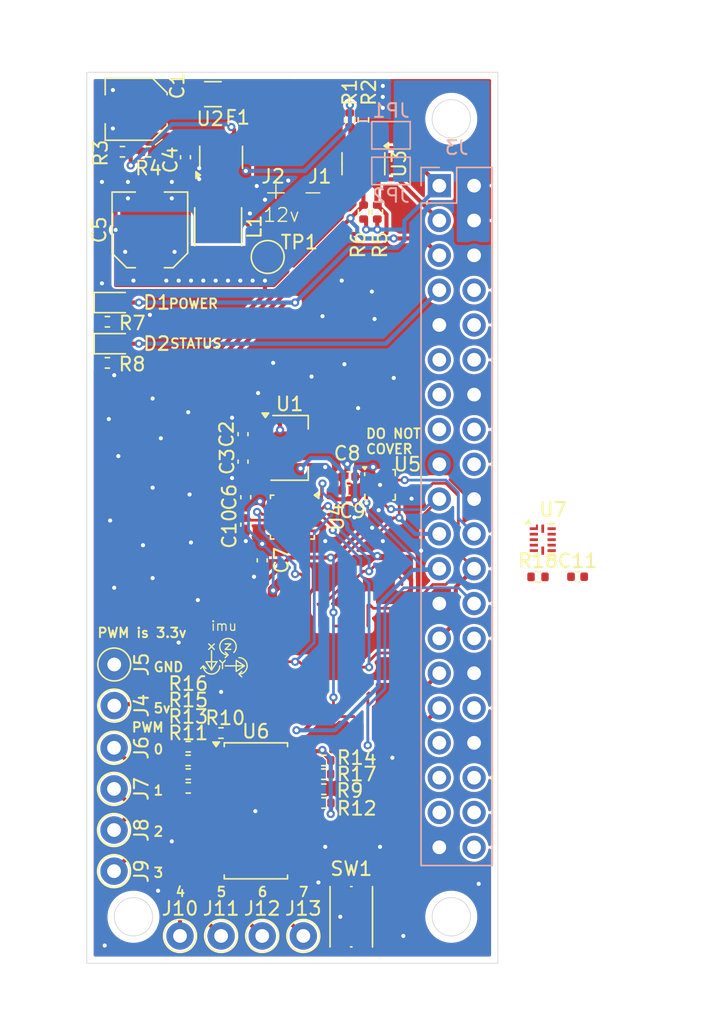
<source format=kicad_pcb>
(kicad_pcb (version 20241229) (generator "pcbnew") (generator_version "9.0")
  (layers (0 "F.Cu" signal) (2 "B.Cu" signal) (13 "F.Paste" user) (15 "B.Paste" user) (5 "F.SilkS" user "F.Silkscreen") (7 "B.SilkS" user "B.Silkscreen") (1 "F.Mask" user) (3 "B.Mask" user) (25 "Edge.Cuts" user))
  (net 0 "")
  (net 1 "GND")
  (net 2 "+3.3V")
  (net 3 "+5V")
  (net 4 "I2C_SDA")
  (net 5 "I2C_SCL")
  (net 6 "SPI0_MISO")
  (net 7 "+12V")
  (net 8 "PWM_1")
  (net 9 "PWM_3")
  (net 10 "PWM_0")
  (net 11 "PWM_2")
  (net 12 "BAROMETER_CSB")
  (net 13 "SPI0_MOSI")
  (net 16 "SPI0_SCLK")
  (net 17 "PWM_RESET")
  (net 18 "LED_STATUS")
  (net 20 "BATVOLTAGE")
  (net 21 "IMU_ADDR")
  (net 22 "PWM_4")
  (net 24 "PWM_5")
  (net 25 "PWM_6")
  (net 26 "PWM_7")
  (net 27 "IMU_CS_HV")
  (net 30 "+1V8")
  (net 31 "Net-(U2-SW)")
  (net 32 "Net-(U2-CB)")
  (net 33 "Net-(U4-REGOUT)")
  (net 34 "Net-(U2-FB)")
  (net 50 "SPI0_SDO_LV")
  (net 53 "SPI0_SDI_LV")
  (net 54 "IMU_CS_LV")
  (net 55 "Net-(F1-Pad1)")
  (net 57 "SPI0_SCL_LV")
  (net 64 "Net-(J3-GPCLK2{slash}GPIO06)")
  (net 65 "Net-(D1-K)")
  (net 66 "Net-(D2-K)")
  (net 67 "BAROMETER_INT")
  (net 69 "Net-(U6-A0)")
  (net 70 "Net-(U6-A1)")
  (net 71 "Net-(U6-A2)")
  (net 72 "Net-(U6-A3)")
  (net 73 "Net-(U6-A4)")
  (net 74 "Net-(U6-A5)")
  (net 84 "Net-(U5-VDDIO)")
  (net 85 "Net-(U7-~{OE})")
  (footprint "Capacitor_SMD:C_0402_1005Metric" (layer "F.Cu") (at 23.6 40.6 90)
    (property "Reference" "C3")
    (property "Value" "CGA2B1X7T0G105M050BC")
  )
  (footprint "Resistor_SMD:R_0402_1005Metric" (layer "F.Cu") (at 45.13 49.01)
    (property "Reference" "R18")
    (property "Value" "RK73G1ERTTP1002F")
  )
  (footprint "Fuse:Fuse_1206_3216Metric" (layer "F.Cu") (at 21.4 13.8 180)
    (property "Reference" "F1")
    (property "Value" "JB12F2001R")
  )
  (footprint "TestPoint:TestPoint_Pad_D2.0mm" (layer "F.Cu") (at 19 75.2)
    (property "Reference" "J10")
    (property "Value" "TestPoint")
  )
  (footprint "Resistor_SMD:R_0402_1005Metric" (layer "F.Cu") (at 16.71 18)
    (property "Reference" "R4")
    (property "Value" "ERA-2APB1372X")
  )
  (footprint "Capacitor_SMD:C_0402_1005Metric" (layer "F.Cu") (at 23.8 45.2 -90)
    (property "Reference" "C10")
    (property "Value" "C1005X5R1C104K050BA")
  )
  (footprint "Resistor_SMD:R_0402_1005Metric" (layer "F.Cu") (at 32.4 22.4 -90)
    (property "Reference" "R6")
    (property "Value" "RK73G1ERTTP1002F")
  )
  (footprint "Resistor_SMD:R_0402_1005Metric" (layer "F.Cu") (at 13.7 30.4)
    (property "Reference" "R7")
    (property "Value" "CRCW040268R0FKTD")
  )
  (footprint "TestPoint:TestPoint_Pad_D2.0mm" (layer "F.Cu") (at 25.8 18.7175)
    (property "Reference" "J2")
    (property "Value" "TestPoint")
  )
  (footprint "Capacitor_SMD:C_0402_1005Metric" (layer "F.Cu") (at 25 47.8 -90)
    (property "Reference" "C7")
    (property "Value" "C1005X5R1C104K050BA")
  )
  (footprint "Package_LGA:ST_HLGA-10_2x2mm_P0.5mm_LayoutBorder3x2y" (layer "F.Cu") (at 33.6 42.3)
    (property "Reference" "U5")
    (property "Value" "BMP390")
  )
  (footprint "TestPoint:TestPoint_Pad_D2.0mm" (layer "F.Cu") (at 14.185 61.475 -90)
    (property "Reference" "J6")
    (property "Value" "TestPoint")
  )
  (footprint "Button_Switch_SMD:SW_Push_1P1T_NO_CK_KMR2" (layer "F.Cu") (at 31.5 73.8 -90)
    (property "Reference" "SW1")
    (property "Value" "TL3301NF160QG-KR")
  )
  (footprint "Resistor_SMD:R_0402_1005Metric" (layer "F.Cu") (at 31.385 15.675 -90)
    (property "Reference" "R1")
    (property "Value" "CRCW02011K50FNEDAT")
  )
  (footprint "Resistor_SMD:R_0402_1005Metric" (layer "F.Cu") (at 33.4 22.4 90)
    (property "Reference" "R5")
    (property "Value" "RK73G1ERTTP1002F")
  )
  (footprint "Package_TO_SOT_SMD:SOT-23-6" (layer "F.Cu") (at 22 18.4 90)
    (property "Reference" "U2")
    (property "Value" "LMR51430")
  )
  (footprint "Package_SO:TSSOP-28_4.4x9.7mm_P0.65mm" (layer "F.Cu") (at 24.5375 66.075)
    (property "Reference" "U6")
    (property "Value" "PCA9685PW")
  )
  (footprint "Resistor_SMD:R_0402_1005Metric" (layer "F.Cu") (at 19.6 63.4 180)
    (property "Reference" "R13")
    (property "Value" "RK73G1ERTTP1002F")
  )
  (footprint "Capacitor_SMD:C_0402_1005Metric" (layer "F.Cu") (at 23.8 43.2 -90)
    (property "Reference" "C6")
    (property "Value" "C1005X5R1C104K050BA")
  )
  (footprint "Capacitor_SMD:C_0402_1005Metric" (layer "F.Cu") (at 48.02 49)
    (property "Reference" "C11")
    (property "Value" "C1005X5R1C104K050BA")
  )
  (footprint "LED_SMD:LED_0603_1608Metric" (layer "F.Cu") (at 14.2125 29)
    (property "Reference" "D1")
    (property "Value" "SML-D12U1WT86")
  )
  (footprint "Resistor_SMD:R_0402_1005Metric" (layer "F.Cu") (at 32.385 15.675 90)
    (property "Reference" "R2")
    (property "Value" "CRCW02011K00JNEDAT")
  )
  (footprint "Resistor_SMD:R_0402_1005Metric" (layer "F.Cu") (at 19.6 64.4 180)
    (property "Reference" "R11")
    (property "Value" "RK73G1ERTTP1002F")
  )
  (footprint "Package_TO_SOT_SMD:SOT-23-6" (layer "F.Cu") (at 32.385 18.875 -90)
    (property "Reference" "U3")
    (property "Value" "ADC101C021CIMK")
  )
  (footprint "Package_TO_SOT_SMD:SOT-89-3" (layer "F.Cu") (at 27 39.6)
    (property "Reference" "U1")
    (property "Value" "MCP1700T-1802E/MB")
  )
  (footprint "Inductor_SMD:L_1812_4532Metric" (layer "F.Cu") (at 21.785 23.475 -90)
    (property "Reference" "L1")
    (property "Value" "ASPI-6045S-6R8M-T")
  )
  (footprint "Resistor_SMD:R_0402_1005Metric" (layer "F.Cu") (at 14.8 18)
    (property "Reference" "R3")
    (property "Value" "ERJ-S02J104X")
  )
  (footprint "Capacitor_SMD:C_0402_1005Metric" (layer "F.Cu") (at 31.3 42.7)
    (property "Reference" "C9")
    (property "Value" "CL05B104KP5VPNC")
  )
  (footprint "TestPoint:TestPoint_Pad_D2.0mm" (layer "F.Cu") (at 25 75.2)
    (property "Reference" "J12")
    (property "Value" "TestPoint")
  )
  (footprint "TestPoint:TestPoint_Pad_D2.0mm" (layer "F.Cu") (at 22 75.2)
    (property "Reference" "J11")
    (property "Value" "TestPoint")
  )
  (footprint "TestPoint:TestPoint_Pad_D2.0mm" (layer "F.Cu") (at 14.2 58.4 -90)
    (property "Reference" "J4")
    (property "Value" "TestPoint")
  )
  (footprint "Resistor_SMD:R_0402_1005Metric" (layer "F.Cu") (at 29.5 62.4 180)
    (property "Reference" "R14")
    (property "Value" "RK73G1ERTTP1002F")
  )
  (footprint "Resistor_SMD:R_0402_1005Metric" (layer "F.Cu") (at 19.59 62.4 180)
    (property "Reference" "R15")
    (property "Value" "RK73G1ERTTP1002F")
  )
  (footprint "Resistor_SMD:R_0402_1005Metric" (layer "F.Cu") (at 29.49 63.4 180)
    (property "Reference" "R17")
    (property "Value" "RK73G1ERTTP1002F")
  )
  (footprint "LED_SMD:LED_0603_1608Metric" (layer "F.Cu") (at 14.2125 32)
    (property "Reference" "D2")
    (property "Value" "SML-D12U1WT86")
  )
  (footprint "Capacitor_SMD:C_0402_1005Metric" (layer "F.Cu") (at 19.4 18.4 -90)
    (property "Reference" "C4")
    (property "Value" "C1005X5R1C104K050BA")
  )
  (footprint "Capacitor_SMD:C_0402_1005Metric" (layer "F.Cu") (at 31.3 41.7 180)
    (property "Reference" "C8")
    (property "Value" "CL05B104KP5VPNC")
  )
  (footprint "TestPoint:TestPoint_Pad_D2.0mm" (layer "F.Cu") (at 14.185 70.475 -90)
    (property "Reference" "J9")
    (property "Value" "TestPoint")
  )
  (footprint "Sensor_Motion:InvenSense_QFN-24_3x3mm_P0.4mm" (layer "F.Cu") (at 27.2 44.65 -90)
    (property "Reference" "U4")
    (property "Value" "ICM-20948")
  )
  (footprint "Capacitor_SMD:C_0402_1005Metric" (layer "F.Cu") (at 23.6 38.6 -90)
    (property "Reference" "C2")
    (property "Value" "CGA2B1X7T0G105M050BC")
  )
  (footprint "Capacitor_SMD:C_Elec_5x5.4" (layer "F.Cu") (at 16.8 23.7 90)
    (property "Reference" "C5")
    (property "Value" "UWG1A330MCL1GB")
  )
  (footprint "Resistor_SMD:R_0402_1005Metric" (layer "F.Cu") (at 29.5 64.5)
    (property "Reference" "R9")
    (property "Value" "RK73G1ERTTP1002F")
  )
  (footprint "Capacitor_SMD:C_Elec_4x5.4" (layer "F.Cu") (at 15.8 14.9 180)
    (property "Reference" "C1")
    (property "Value" "UWG1V2R2MCL1GB")
  )
  (footprint "Resistor_SMD:R_0402_1005Metric" (layer "F.Cu") (at 29.51 65.5 180)
    (property "Reference" "R12")
    (property "Value" "RK73G1ERTTP1002F")
  )
  (footprint "Resistor_SMD:R_0402_1005Metric" (layer "F.Cu") (at 21.99 60.4 180)
    (property "Reference" "R10")
    (property "Value" "RK73G1ERTTP1002F")
  )
  (footprint "TestPoint:TestPoint_Pad_D2.0mm" (layer "F.Cu") (at 25.4 25.675 180)
    (property "Reference" "TP1")
    (property "Value" "TestPoint")
  )
  (footprint "TestPoint:TestPoint_Pad_D2.0mm" (layer "F.Cu") (at 14.2 55.4 -90)
    (property "Reference" "J5")
    (property "Value" "TestPoint")
  )
  (footprint "Package_DFN_QFN:Texas_R-PUQFN-N12" (layer "F.Cu") (at 45.475 46.295)
    (property "Reference" "U7")
    (property "Value" "TXBN0304RUT")
  )
  (footprint "Resistor_SMD:R_0402_1005Metric" (layer "F.Cu") (at 19.6 61.4 180)
    (property "Reference" "R16")
    (property "Value" "RK73G1ERTTP1002F")
  )
  (footprint "Resistor_SMD:R_0402_1005Metric" (layer "F.Cu") (at 13.7 33.4)
    (property "Reference" "R8")
    (property "Value" "CRCW040268R0FKTD")
  )
  (footprint "TestPoint:TestPoint_Pad_D2.0mm" (layer "F.Cu") (at 14.185 64.475 -90)
    (property "Reference" "J7")
    (property "Value" "TestPoint")
  )
  (footprint "TestPoint:TestPoint_Pad_D2.0mm" (layer "F.Cu") (at 29.2 12.8 180)
    (property "Reference" "J1")
    (property "Value" "TestPoint")
  )
  (footprint "TestPoint:TestPoint_Pad_D2.0mm" (layer "F.Cu") (at 28 75.2)
    (property "Reference" "J13")
    (property "Value" "TestPoint")
  )
  (footprint "TestPoint:TestPoint_Pad_D2.0mm" (layer "F.Cu") (at 14.185 67.475 -90)
    (property "Reference" "J8")
    (property "Value" "TestPoint")
  )
  (footprint "Jumper:SolderJumper-2_P1.3mm_Open_Pad1.0x1.5mm" (layer "B.Cu") (at 34.4 19.4)
    (property "Reference" "JP2")
    (property "Value" "SolderJumper_2_Open")
  )
  (footprint "Jumper:SolderJumper-2_P1.3mm_Open_Pad1.0x1.5mm" (layer "B.Cu") (at 34.4 16.8 180)
    (property "Reference" "JP1")
    (property "Value" "SolderJumper_2_Open")
  )
  (footprint "Connector_PinSocket_2.54mm:PinSocket_2x20_P2.54mm_Vertical" (layer "B.Cu") (at 37.925 20.475 180)
    (property "Reference" "J3")
    (property "Value" "2044-2X20G00RA")
  )
  (gr_line (start 21.7 55.2) (end 21.3 55.8) (stroke (width 0.1)) (layer "F.SilkS"))
  (gr_line (start 22.3 54.9) (end 22.5 54.7) (stroke (width 0.1)) (layer "F.SilkS"))
  (gr_line (start 22.7 53.9) (end 22.3 53.9) (stroke (width 0.1)) (layer "F.SilkS"))
  (gr_line (start 20.9 55.2) (end 21.7 55.2) (stroke (width 0.1)) (layer "F.SilkS"))
  (gr_line (start 21.3 55.8) (end 20.9 55.2) (stroke (width 0.1)) (layer "F.SilkS"))
  (gr_line (start 22.3 54.3) (end 22.7 53.9) (stroke (width 0.1)) (layer "F.SilkS"))
  (gr_line (start 23.3 56.1) (end 23.5 56.3) (stroke (width 0.1)) (layer "F.SilkS"))
  (gr_line (start 17.7 17.1) (end 17.2 17.5) (stroke (width 0.1)) (layer "F.SilkS"))
  (gr_line (start 23.7 55.5) (end 23.1 55.9) (stroke (width 0.1)) (layer "F.SilkS"))
  (gr_line (start 22.1 55.3) (end 22.3 55.1) (stroke (width 0.1)) (layer "F.SilkS"))
  (gr_line (start 20.7 55.5) (end 20.5 55.7) (stroke (width 0.1)) (layer "F.SilkS"))
  (gr_line (start 22.1 55.3) (end 22.1 55.7) (stroke (width 0.1)) (layer "F.SilkS"))
  (gr_arc (start 22.5 54.7) (mid 22.27039 53.545672) (end 22.924264 54.524264) (stroke (width 0.1)) (layer "F.SilkS"))
  (gr_line (start 26 20.4) (end 26 21.4) (stroke (width 0.1)) (layer "F.SilkS"))
  (gr_line (start 23.1 55.1) (end 23.7 55.5) (stroke (width 0.1)) (layer "F.SilkS"))
  (gr_line (start 22.5 54.7) (end 22.3 54.5) (stroke (width 0.1)) (layer "F.SilkS"))
  (gr_line (start 22.3 55.5) (end 23.7 55.5) (stroke (width 0.1)) (layer "F.SilkS"))
  (gr_line (start 25.4 21) (end 26.6 21) (stroke (width 0.1)) (layer "F.SilkS"))
  (gr_line (start 20.7 55.5) (end 20.9 55.7) (stroke (width 0.1)) (layer "F.SilkS"))
  (gr_line (start 21.1 54.3) (end 21.5 53.9) (stroke (width 0.1)) (layer "F.SilkS"))
  (gr_line (start 21.3 54.4) (end 21.3 55.8) (stroke (width 0.1)) (layer "F.SilkS"))
  (gr_line (start 28.2 21) (end 29.2 21) (stroke (width 0.1)) (layer "F.SilkS"))
  (gr_arc (start 23.3 54.9) (mid 23.9 55.5) (end 23.3 56.1) (stroke (width 0.1)) (layer "F.SilkS"))
  (gr_line (start 23.1 55.9) (end 23.1 55.1) (stroke (width 0.1)) (layer "F.SilkS"))
  (gr_line (start 23.3 56.1) (end 23.5 55.9) (stroke (width 0.1)) (layer "F.SilkS"))
  (gr_line (start 21.5 54.3) (end 21.1 53.9) (stroke (width 0.1)) (layer "F.SilkS"))
  (gr_line (start 21.9 55.1) (end 22.1 55.3) (stroke (width 0.1)) (layer "F.SilkS"))
  (gr_arc (start 21.9 55.5) (mid 21.3 56.1) (end 20.7 55.5) (stroke (width 0.1)) (layer "F.SilkS"))
  (gr_line (start 22.7 54.3) (end 22.3 54.3) (stroke (width 0.1)) (layer "F.SilkS"))
  (gr_line (start 22.5 54.7) (end 22.3 54.9) (stroke (width 0.1)) (layer "F.SilkS"))
  (gr_circle (center 38.8 15.6) (end 38.8 14.2) (stroke (width 0.05)) (fill no) (layer "Edge.Cuts"))
  (gr_circle (center 15.6 73.8) (end 15.6 72.4) (stroke (width 0.05)) (fill no) (layer "Edge.Cuts"))
  (gr_rect (start 12.2 12.2) (end 42.2 77.2) (stroke (width 0.05)) (fill no) (layer "Edge.Cuts"))
  (gr_circle (center 38.8 73.8) (end 38.8 72.4) (stroke (width 0.05)) (fill no) (layer "Edge.Cuts"))
  (gr_text "imu" (at 21.2 53 0) (layer "F.SilkS") (effects (font (size 0.7 0.7) (thickness 0.0875)) (justify left bottom)))
  (gr_text "2" (at 17 68 0) (layer "F.SilkS") (effects (font (size 0.7 0.7) (thickness 0.14) (bold yes)) (justify left bottom)))
  (gr_text "7" (at 27.6 72.4 0) (layer "F.SilkS") (effects (font (size 0.7 0.7) (thickness 0.14) (bold yes)) (justify left bottom)))
  (gr_text "PWM" (at 15.4 60.4 0) (layer "F.SilkS") (effects (font (size 0.7 0.7) (thickness 0.14) (bold yes)) (justify left bottom)))
  (gr_text "4" (at 18.6 72.4 0) (layer "F.SilkS") (effects (font (size 0.7 0.7) (thickness 0.14) (bold yes)) (justify left bottom)))
  (gr_text "5" (at 21.6 72.4 0) (layer "F.SilkS") (effects (font (size 0.7 0.7) (thickness 0.14) (bold yes)) (justify left bottom)))
  (gr_text "3" (at 17 71 0) (layer "F.SilkS") (effects (font (size 0.7 0.7) (thickness 0.14) (bold yes)) (justify left bottom)))
  (gr_text "DO NOT\nCOVER" (at 32.5 40.1 0) (layer "F.SilkS") (effects (font (size 0.7 0.7) (thickness 0.14) (bold yes)) (justify left bottom)))
  (gr_text "0" (at 17 62 0) (layer "F.SilkS") (effects (font (size 0.7 0.7) (thickness 0.14) (bold yes)) (justify left bottom)))
  (gr_text "STATUS" (at 18.2 32.4 0) (layer "F.SilkS") (effects (font (size 0.7 0.7) (thickness 0.14) (bold yes)) (justify left bottom)))
  (gr_text "5v" (at 17 59 0) (layer "F.SilkS") (effects (font (size 0.7 0.7) (thickness 0.14) (bold yes)) (justify left bottom)))
  (gr_text "12v" (at 25 23.2 0) (layer "F.SilkS") (effects (font (size 1 1) (thickness 0.1)) (justify left bottom)))
  (gr_text "1" (at 17 65 0) (layer "F.SilkS") (effects (font (size 0.7 0.7) (thickness 0.14) (bold yes)) (justify left bottom)))
  (gr_text "6" (at 24.6 72.4 0) (layer "F.SilkS") (effects (font (size 0.7 0.7) (thickness 0.14) (bold yes)) (justify left bottom)))
  (gr_text "POWER" (at 18.1 29.5 0) (layer "F.SilkS") (effects (font (size 0.7 0.7) (thickness 0.14) (bold yes)) (justify left bottom)))
  (gr_text "PWM is 3.3v" (at 12.9 53.5 0) (layer "F.SilkS") (effects (font (size 0.7 0.7) (thickness 0.14) (bold yes)) (justify left bottom)))
  (gr_text "GND" (at 17 56 0) (layer "F.SilkS") (effects (font (size 0.7 0.7) (thickness 0.14) (bold yes)) (justify left bottom)))
  (via (at 35.3 75.2) (size 0.6) (drill 0.3) (layers "F.Cu" "B.Cu") (net 1))
  (via (at 17 42.5) (size 0.6) (drill 0.3) (layers "F.Cu" "B.Cu") (net 1))
  (via (at 30.8 27.4) (size 0.6) (drill 0.3) (layers "F.Cu" "B.Cu") (net 1))
  (via (at 20.4 20) (size 0.6) (drill 0.3) (layers "F.Cu" "B.Cu") (net 1))
  (via (at 34.5 62.2) (size 0.6) (drill 0.3) (layers "F.Cu" "B.Cu") (net 1))
  (via (at 33.6 68.7) (size 0.6) (drill 0.3) (layers "F.Cu" "B.Cu") (net 1))
  (via (at 31.20911 40.769217) (size 0.6) (drill 0.3) (layers "F.Cu" "B.Cu") (net 1))
  (via (at 17 36) (size 0.6) (drill 0.3) (layers "F.Cu" "B.Cu") (net 1))
  (via (at 29.1 71.3) (size 0.6) (drill 0.3) (layers "F.Cu" "B.Cu") (net 1))
  (via (at 30.7 73.8) (size 0.6) (drill 0.3) (layers "F.Cu" "B.Cu") (net 1))
  (via (at 28.6 34.4) (size 0.6) (drill 0.3) (layers "F.Cu" "B.Cu") (net 1))
  (via (at 29.6 46.4) (size 0.6) (drill 0.3) (layers "F.Cu" "B.Cu") (net 1))
  (via (at 24.7 35.6) (size 0.6) (drill 0.3) (layers "F.Cu" "B.Cu") (net 1))
  (via (at 20.3 50.7) (size 0.6) (drill 0.3) (layers "F.Cu" "B.Cu") (net 1))
  (via (at 14.1 16.3) (size 0.6) (drill 0.3) (layers "F.Cu" "B.Cu") (net 1))
  (via (at 34.6 34.5) (size 0.6) (drill 0.3) (layers "F.Cu" "B.Cu") (net 1))
  (via (at 24.5 66.1) (size 0.6) (drill 0.3) (layers "F.Cu" "B.Cu") (net 1))
  (via (at 26.9 20.1) (size 0.6) (drill 0.3) (layers "F.Cu" "B.Cu") (net 1))
  (via (at 25.8 33.4) (size 0.6) (drill 0.3) (layers "F.Cu" "B.Cu") (net 1))
  (via (at 22.8 37.4) (size 0.6) (drill 0.3) (layers "F.Cu" "B.Cu") (net 1))
  (via (at 19.6 37) (size 0.6) (drill 0.3) (layers "F.Cu" "B.Cu") (net 1))
  (via (at 18.4 20.2) (size 0.6) (drill 0.3) (layers "F.Cu" "B.Cu") (net 1))
  (via (at 24.6 20.5) (size 0.6) (drill 0.3) (layers "F.Cu" "B.Cu") (net 1))
  (via (at 23.8 46.4) (size 0.6) (drill 0.3) (layers "F.Cu" "B.Cu") (net 1))
  (via (at 33.6 42.3) (size 0.6) (drill 0.3) (layers "F.Cu" "B.Cu") (net 1))
  (via (at 14.1 13.5) (size 0.6) (drill 0.3) (layers "F.Cu" "B.Cu") (net 1))
  (via (at 31 33.5) (size 0.6) (drill 0.3) (layers "F.Cu" "B.Cu") (net 1))
  (via (at 33.8 46.4) (size 0.6) (drill 0.3) (layers "F.Cu" "B.Cu") (net 1))
  (via (at 24.1 22.5) (size 0.6) (drill 0.3) (layers "F.Cu" "B.Cu") (net 1))
  (via (at 32 36.7) (size 0.6) (drill 0.3) (layers "F.Cu" "B.Cu") (net 1))
  (via (at 33.025735 45.425735) (size 0.6) (drill 0.3) (layers "F.Cu" "B.Cu") (net 1))
  (via (at 33.8 14) (size 0.6) (drill 0.3) (layers "F.Cu" "B.Cu") (net 1))
  (via (at 24.4 49) (size 0.6) (drill 0.3) (layers "F.Cu" "B.Cu") (net 1))
  (via (at 22 57.4) (size 0.6) (drill 0.3) (layers "F.Cu" "B.Cu") (net 1))
  (via (at 29.6 41) (size 0.6) (drill 0.3) (layers "F.Cu" "B.Cu") (net 1))
  (via (at 20.4 19.2) (size 0.6) (drill 0.3) (layers "F.Cu" "B.Cu") (net 1))
  (via (at 13.9 44.9) (size 0.6) (drill 0.3) (layers "F.Cu" "B.Cu") (net 1))
  (via (at 25.2 21.5) (size 0.6) (drill 0.3) (layers "F.Cu" "B.Cu") (net 1))
  (via (at 16.3 46.7) (size 0.6) (drill 0.3) (layers "F.Cu" "B.Cu") (net 1))
  (via (at 33.8 13.2) (size 0.6) (drill 0.3) (layers "F.Cu" "B.Cu") (net 1))
  (via (at 22.8 41.8) (size 0.6) (drill 0.3) (layers "F.Cu" "B.Cu") (net 1))
  (via (at 13.3 20.2) (size 0.6) (drill 0.3) (layers "F.Cu" "B.Cu") (net 1))
  (via (at 33.2 30.2) (size 0.6) (drill 0.3) (layers "F.Cu" "B.Cu") (net 1))
  (via (at 19.8 46.5) (size 0.6) (drill 0.3) (layers "F.Cu" "B.Cu") (net 1))
  (via (at 35.9 43.3) (size 0.6) (drill 0.3) (layers "F.Cu" "B.Cu") (net 1))
  (via (at 14.2 34.3) (size 0.6) (drill 0.3) (layers "F.Cu" "B.Cu") (net 1))
  (via (at 33.8 14.8) (size 0.6) (drill 0.3) (layers "F.Cu" "B.Cu") (net 1))
  (via (at 29.6 68.7) (size 0.6) (drill 0.3) (layers "F.Cu" "B.Cu") (net 1))
  (via (at 17 49.1) (size 0.6) (drill 0.3) (layers "F.Cu" "B.Cu") (net 1))
  (via (at 13.3 27.6) (size 0.6) (drill 0.3) (layers "F.Cu" "B.Cu") (net 1))
  (via (at 14.2 49.8) (size 0.6) (drill 0.3) (layers "F.Cu" "B.Cu") (net 1))
  (via (at 36.6 47.1) (size 0.6) (drill 0.3) (layers "F.Cu" "B.Cu") (net 1))
  (via (at 18.4 68.3) (size 0.6) (drill 0.3) (layers "F.Cu" "B.Cu") (net 1))
  (via (at 13.5 75.9) (size 0.6) (drill 0.3) (layers "F.Cu" "B.Cu") (net 1))
  (via (at 31.724735 44.673889) (size 0.6) (drill 0.3) (layers "F.Cu" "B.Cu") (net 1))
  (via (at 15.2 21.4) (size 0.6) (drill 0.3) (layers "F.Cu" "B.Cu") (net 1))
  (via (at 13.8 37.5) (size 0.6) (drill 0.3) (layers "F.Cu" "B.Cu") (net 1))
  (via (at 18.4 21.4) (size 0.6) (drill 0.3) (layers "F.Cu" "B.Cu") (net 1))
  (via (at 14.5 40.2) (size 0.6) (drill 0.3) (layers "F.Cu" "B.Cu") (net 1))
  (via (at 29.4 30) (size 0.6) (drill 0.3) (layers "F.Cu" "B.Cu") (net 1))
  (via (at 19.7 43) (size 0.6) (drill 0.3) (layers "F.Cu" "B.Cu") (net 1))
  (via (at 15.2 20.2) (size 0.6) (drill 0.3) (layers "F.Cu" "B.Cu") (net 1))
  (via (at 33 28.2) (size 0.6) (drill 0.3) (layers "F.Cu" "B.Cu") (net 1))
  (via (at 33.498611 44.14714) (size 0.6) (drill 0.3) (layers "F.Cu" "B.Cu") (net 1))
  (via (at 16.8 29.9) (size 0.6) (drill 0.3) (layers "F.Cu" "B.Cu") (net 1))
  (via (at 17.6 38.9) (size 0.6) (drill 0.3) (layers "F.Cu" "B.Cu") (net 1))
  (via (at 17.4 71.9) (size 0.6) (drill 0.3) (layers "F.Cu" "B.Cu") (net 1))
  (via (at 18.9 53.8) (size 0.6) (drill 0.3) (layers "F.Cu" "B.Cu") (net 1))
  (via (at 40.8 71.4) (size 0.6) (drill 0.3) (layers "F.Cu" "B.Cu") (net 1))
  (segment (start 26.3 38.3) (end 26.3 37.879178) (width 0.3) (layer "F.Cu") (net 2))
  (segment (start 32.374735 45.487455) (end 32.374735 44.303273) (width 0.3) (layer "F.Cu") (net 2))
  (segment (start 22.602 33.10504) (end 26.70704 29) (width 0.3) (layer "F.Cu") (net 2))
  (segment (start 30.2 59.0975) (end 30.0975 59.2) (width 0.2) (layer "F.Cu") (net 2))
  (segment (start 23.799 37.299) (end 22.602 36.102) (width 0.3) (layer "F.Cu") (net 2))
  (segment (start 30.2 52.6) (end 30.2 51.6) (width 0.2) (layer "F.Cu") (net 2))
  (segment (start 30.02 66.28) (end 30 66.3) (width 0.3) (layer "F.Cu") (net 2))
  (segment (start 30.01 62.4) (end 29.339 61.729) (width 0.3) (layer "F.Cu") (net 2))
  (segment (start 33.4 23.675) (end 33.4 22.91) (width 0.3) (layer "F.Cu") (net 2))
  (segment (start 14.9875 29) (end 16 29) (width 0.3) (layer "F.Cu") (net 2))
  (segment (start 26.3 37.879178) (end 25.719822 37.299) (width 0.3) (layer "F.Cu") (net 2))
  (segment (start 30.2 52.6) (end 31.69 52.6) (width 0.2) (layer "F.Cu") (net 2))
  (segment (start 25 49.6) (end 25 61.086) (width 0.3) (layer "F.Cu") (net 2))
  (segment (start 30 47.6) (end 27 47.6) (width 0.3) (layer "F.Cu") (net 2))
  (segment (start 30.01 63.39) (end 30 63.4) (width 0.3) (layer "F.Cu") (net 2))
  (segment (start 33.335 17.7375) (end 35.1875 17.7375) (width 0.3) (layer "F.Cu") (net 2))
  (segment (start 31.78 43.4) (end 31.78 42.7) (width 0.3) (layer "F.Cu") (net 2))
  (segment (start 29.339 61.729) (end 27.521 61.729) (width 0.3) (layer "F.Cu") (net 2))
  (segment (start 25 61.086) (end 25.764 61.85) (width 0.3) (layer "F.Cu") (net 2))
  (segment (start 32.374735 44.303273) (end 31.78 43.708538) (width 0.3) (layer "F.Cu") (net 2))
  (segment (start 31.78 43.708538) (end 31.78 43.4) (width 0.3) (layer "F.Cu") (net 2))
  (segment (start 26.70704 29) (end 27.4 29) (width 0.3) (layer "F.Cu") (net 2))
  (segment (start 30.26219 47.6) (end 32.374735 45.487455) (width 0.3) (layer "F.Cu") (net 2))
  (segment (start 35.1875 17.7375) (end 37.925 20.475) (width 0.3) (layer "F.Cu") (net 2))
  (segment (start 30.02 65.5) (end 30.02 66.28) (width 0.3) (layer "F.Cu") (net 2))
  (segment (start 27.521 61.729) (end 27.4 61.85) (width 0.3) (layer "F.Cu") (net 2))
  (segment (start 27 47.6) (end 25 49.6) (width 0.3) (layer "F.Cu") (net 2))
  (segment (start 30.01 62.4) (end 30.01 63.39) (width 0.3) (layer "F.Cu") (net 2))
  (segment (start 22.602 36.102) (end 22.602 33.10504) (width 0.3) (layer "F.Cu") (net 2))
  (segment (start 30.2 57.8) (end 30.2 59.0975) (width 0.2) (layer "F.Cu") (net 2))
  (segment (start 32.585 22.875) (end 32.585 23.675) (width 0.3) (layer "F.Cu") (net 2))
  (segment (start 30 47.6) (end 30.26219 47.6) (width 0.3) (layer "F.Cu") (net 2))
  (segment (start 25.719822 37.299) (end 23.799 37.299) (width 0.3) (layer "F.Cu") (net 2))
  (segment (start 25.764 61.85) (end 27.4 61.85) (width 0.3) (layer "F.Cu") (net 2))
  (segment (start 31.69 59.2) (end 30.0975 59.2) (width 0.2) (layer "F.Cu") (net 2))
  (via (at 31.78 43.4) (size 0.6) (drill 0.3) (layers "F.Cu" "B.Cu") (net 2))
  (via (at 27.4 29) (size 0.6) (drill 0.3) (layers "F.Cu" "B.Cu") (net 2))
  (via (at 33.4 23.675) (size 0.6) (drill 0.3) (layers "F.Cu" "B.Cu") (net 2))
  (via (at 26.3 38.3) (size 0.6) (drill 0.3) (layers "F.Cu" "B.Cu") (net 2))
  (via (at 30.2 51.6) (size 0.6) (drill 0.3) (layers "F.Cu" "B.Cu") (net 2))
  (via (at 29.391301 61.635767) (size 0.6) (drill 0.3) (layers "F.Cu" "B.Cu") (net 2))
  (via (at 33.095862 40.995862) (size 0.6) (drill 0.3) (layers "F.Cu" "B.Cu") (net 2))
  (via (at 30 66.3) (size 0.6) (drill 0.3) (layers "F.Cu" "B.Cu") (net 2))
  (via (at 16 29) (size 0.6) (drill 0.3) (layers "F.Cu" "B.Cu") (net 2))
  (via (at 30 47.6) (size 0.6) (drill 0.3) (layers "F.Cu" "B.Cu") (net 2))
  (via (at 30.2 57.8) (size 0.6) (drill 0.3) (layers "F.Cu" "B.Cu") (net 2))
  (via (at 32.585 23.675) (size 0.6) (drill 0.3) (layers "F.Cu" "B.Cu") (net 2))
  (segment (start 33.4 23.675) (end 32.585 23.675) (width 0.3) (layer "B.Cu") (net 2))
  (segment (start 16 29) (end 27.4 29) (width 0.3) (layer "B.Cu") (net 2))
  (segment (start 33.4 23.675) (end 35.3 23.675) (width 0.3) (layer "B.Cu") (net 2))
  (segment (start 33.091724 41) (end 31.86 41) (width 0.3) (layer "B.Cu") (net 2))
  (segment (start 35.3 23.675) (end 35.375 23.6) (width 0.3) (layer "B.Cu") (net 2))
  (segment (start 30 62.244466) (end 29.391301 61.635767) (width 0.3) (layer "B.Cu") (net 2))
  (segment (start 31.78 41.08) (end 31.78 43.4) (width 0.3) (layer "B.Cu") (net 2))
  (segment (start 35.375 24.470654) (end 35.375 23.025) (width 0.3) (layer "B.Cu") (net 2))
  (segment (start 30.2 51.6) (end 30.2 47.8) (width 0.2) (layer "B.Cu") (net 2))
  (segment (start 30.2 47.8) (end 30 47.6) (width 0.2) (layer "B.Cu") (net 2))
  (segment (start 33.4 23.675) (end 33.475 23.675) (width 0.3) (layer "B.Cu") (net 2))
  (segment (start 27.4 29) (end 31.4 25) (width 0.3) (layer "B.Cu") (net 2))
  (segment (start 30.2 51.6) (end 30.2 57.8) (width 0.2) (layer "B.Cu") (net 2))
  (segment (start 31.86 41) (end 31.78 41.08) (width 0.3) (layer "B.Cu") (net 2))
  (segment (start 30 66.3) (end 30 62.244466) (width 0.3) (layer "B.Cu") (net 2))
  (segment (start 35.375 23.025) (end 37.925 20.475) (width 0.3) (layer "B.Cu") (net 2))
  (segment (start 33.095862 40.995862) (end 33.091724 41) (width 0.3) (layer "B.Cu") (net 2))
  (segment (start 31.4 25) (end 34.845654 25) (width 0.3) (layer "B.Cu") (net 2))
  (segment (start 34.845654 25) (end 35.375 24.470654) (width 0.3) (layer "B.Cu") (net 2))
  (segment (start 22.747 49.65552) (end 22.747 49.684694) (width 0.3) (layer "F.Cu") (net 3))
  (segment (start 25.2 28.38148) (end 21.099 32.48248) (width 0.3) (layer "F.Cu") (net 3))
  (segment (start 22.747 49.684694) (end 23.497 50.434694) (width 0.3) (layer "F.Cu") (net 3))
  (segment (start 25.2 28.38148) (end 25.2 27.4) (width 0.3) (layer "F.Cu") (net 3))
  (segment (start 23.497 50.434694) (end 23.497 57.203) (width 0.3) (layer "F.Cu") (net 3))
  (segment (start 23.497 57.203) (end 22.4 58.3) (width 0.3) (layer "F.Cu") (net 3))
  (segment (start 21.099 32.48248) (end 21.099 48.007521) (width 0.3) (layer "F.Cu") (net 3))
  (segment (start 21.099 48.007521) (end 22.747 49.65552) (width 0.3) (layer "F.Cu") (net 3))
  (segment (start 14.29 18) (end 14.29 23.69) (width 0.3) (layer "F.Cu") (net 3))
  (segment (start 14.29 23.69) (end 14.3 23.7) (width 0.3) (layer "F.Cu") (net 3))
  (segment (start 22.4 58.3) (end 14.3 58.3) (width 0.3) (layer "F.Cu") (net 3))
  (via (at 20.7 27.4) (size 0.6) (drill 0.3) (layers "F.Cu" "B.Cu") (net 3))
  (via (at 14.3 23.7) (size 0.6) (drill 0.3) (layers "F.Cu" "B.Cu") (net 3))
  (via (at 23.4 27.4) (size 0.6) (drill 0.3) (layers "F.Cu" "B.Cu") (net 3))
  (via (at 15 25.3) (size 0.6) (drill 0.3) (layers "F.Cu" "B.Cu") (net 3))
  (via (at 18.6 25.3) (size 0.6) (drill 0.3) (layers "F.Cu" "B.Cu") (net 3))
  (via (at 25.2 27.4) (size 0.6) (drill 0.3) (layers "F.Cu" "B.Cu") (net 3))
  (via (at 24.3 27.4) (size 0.6) (drill 0.3) (layers "F.Cu" "B.Cu") (net 3))
  (via (at 22.5 27.4) (size 0.6) (drill 0.3) (layers "F.Cu" "B.Cu") (net 3))
  (via (at 21.6 27.4) (size 0.6) (drill 0.3) (layers "F.Cu" "B.Cu") (net 3))
  (via (at 18 27.4) (size 0.6) (drill 0.3) (layers "F.Cu" "B.Cu") (net 3))
  (via (at 18.9 27.4) (size 0.6) (drill 0.3) (layers "F.Cu" "B.Cu") (net 3))
  (via (at 15.6 27.4) (size 0.6) (drill 0.3) (layers "F.Cu" "B.Cu") (net 3))
  (via (at 19.8 27.4) (size 0.6) (drill 0.3) (layers "F.Cu" "B.Cu") (net 3))
  (segment (start 33.335 20.0125) (end 33.335 21.825) (width 0.3) (layer "F.Cu") (net 4))
  (segment (start 27.5 62.4) (end 27.4 62.5) (width 0.3) (layer "F.Cu") (net 4))
  (segment (start 32.315346 24.326) (end 31.989346 24) (width 0.3) (layer "F.Cu") (net 4))
  (segment (start 28.99 62.4) (end 27.5 62.4) (width 0.3) (layer "F.Cu") (net 4))
  (segment (start 23.749 49.240479) (end 23.749 49.269654) (width 0.3) (layer "F.Cu") (net 4))
  (segment (start 33.669654 24.326) (end 32.315346 24.326) (width 0.3) (layer "F.Cu") (net 4))
  (segment (start 23.749 49.269654) (end 24.499 50.019654) (width 0.3) (layer "F.Cu") (net 4))
  (segment (start 34.071 22.561) (end 34.071 23.924654) (width 0.3) (layer "F.Cu") (net 4))
  (segment (start 30.99852 24) (end 22.101 32.89752) (width 0.3) (layer "F.Cu") (net 4))
  (segment (start 24.499 50.019654) (end 24.499 61.293521) (width 0.3) (layer "F.Cu") (net 4))
  (segment (start 33.4 21.89) (end 34.071 22.561) (width 0.3) (layer "F.Cu") (net 4))
  (segment (start 34.071 23.924654) (end 33.669654 24.326) (width 0.3) (layer "F.Cu") (net 4))
  (segment (start 33.335 21.825) (end 33.4 21.89) (width 0.3) (layer "F.Cu") (net 4))
  (segment (start 37.925 23.015) (end 34.9225 20.0125) (width 0.3) (layer "F.Cu") (net 4))
  (segment (start 24.499 61.293521) (end 25.70548 62.5) (width 0.3) (layer "F.Cu") (net 4))
  (segment (start 22.101 47.592479) (end 23.749 49.240479) (width 0.3) (layer "F.Cu") (net 4))
  (segment (start 31.989346 24) (end 30.99852 24) (width 0.3) (layer "F.Cu") (net 4))
  (segment (start 22.101 32.89752) (end 22.101 47.592479) (width 0.3) (layer "F.Cu") (net 4))
  (segment (start 34.9225 20.0125) (end 33.335 20.0125) (width 0.3) (layer "F.Cu") (net 4))
  (segment (start 25.70548 62.5) (end 27.4 62.5) (width 0.3) (layer "F.Cu") (net 4))
  (segment (start 23.248 49.448) (end 23.248 49.477174) (width 0.3) (layer "F.Cu") (net 5))
  (segment (start 21.6 32.69) (end 21.6 47.8) (width 0.3) (layer "F.Cu") (net 5))
  (segment (start 23.998 61.501043) (end 25.646957 63.15) (width 0.3) (layer "F.Cu") (net 5))
  (segment (start 25.646957 63.15) (end 27.4 63.15) (width 0.3) (layer "F.Cu") (net 5))
  (segment (start 32.385 20.0125) (end 32.385 21.875) (width 0.3) (layer "F.Cu") (net 5))
  (segment (start 28.98 63.4) (end 28.73 63.15) (width 0.3) (layer "F.Cu") (net 5))
  (segment (start 21.6 47.8) (end 23.248 49.448) (width 0.3) (layer "F.Cu") (net 5))
  (segment (start 36.695 24.325) (end 34.6 24.325) (width 0.3) (layer "F.Cu") (net 5))
  (segment (start 28.73 63.15) (end 27.4 63.15) (width 0.3) (layer "F.Cu") (net 5))
  (segment (start 32.435 21.855) (end 21.6 32.69) (width 0.3) (layer "F.Cu") (net 5))
  (segment (start 37.925 25.555) (end 36.695 24.325) (width 0.3) (layer "F.Cu") (net 5))
  (segment (start 32.385 21.875) (end 32.4 21.89) (width 0.3) (layer "F.Cu") (net 5))
  (segment (start 32.585 21.855) (end 32.435 21.855) (width 0.3) (layer "F.Cu") (net 5))
  (segment (start 23.248 49.477174) (end 23.998 50.227174) (width 0.3) (layer "F.Cu") (net 5))
  (segment (start 23.998 50.227174) (end 23.998 61.501043) (width 0.3) (layer "F.Cu") (net 5))
  (via (at 31.445 22.845) (size 0.6) (drill 0.3) (layers "F.Cu" "B.Cu") (net 5))
  (via (at 34.6 24.325) (size 0.6) (drill 0.3) (layers "F.Cu" "B.Cu") (net 5))
  (segment (start 31.445 23.045) (end 31.934 23.534) (width 0.3) (layer "B.Cu") (net 5))
  (segment (start 32.854654 24.326) (end 32.855654 24.325) (width 0.3) (layer "B.Cu") (net 5))
  (segment (start 32.315346 24.326) (end 32.854654 24.326) (width 0.3) (layer "B.Cu") (net 5))
  (segment (start 31.445 22.845) (end 31.445 23.045) (width 0.3) (layer "B.Cu") (net 5))
  (segment (start 33.130346 24.326) (end 33.669654 24.326) (width 0.3) (layer "B.Cu") (net 5))
  (segment (start 32.855654 24.325) (end 33.129346 24.325) (width 0.3) (layer "B.Cu") (net 5))
  (segment (start 33.129346 24.325) (end 33.130346 24.326) (width 0.3) (layer "B.Cu") (net 5))
  (segment (start 31.934 23.534) (end 31.934 23.944654) (width 0.3) (layer "B.Cu") (net 5))
  (segment (start 33.670654 24.325) (end 34.6 24.325) (width 0.3) (layer "B.Cu") (net 5))
  (segment (start 33.669654 24.326) (end 33.670654 24.325) (width 0.3) (layer "B.Cu") (net 5))
  (segment (start 31.934 23.944654) (end 32.315346 24.326) (width 0.3) (layer "B.Cu") (net 5))
  (segment (start 35 44.7) (end 35 43.7) (width 0.2) (layer "F.Cu") (net 6))
  (segment (start 34.6 44.7) (end 33.2 46.1) (width 0.2) (layer "F.Cu") (net 6))
  (segment (start 35 44.7) (end 34.6 44.7) (width 0.2) (layer "F.Cu") (net 6))
  (segment (start 29.18 52.6) (end 29.18 51.1175) (width 0.2) (layer "F.Cu") (net 6))
  (segment (start 31.249 47.251) (end 31.249 49.267968) (width 0.2) (layer "F.Cu") (net 6))
  (segment (start 31.249 49.267968) (end 29.516968 51) (width 0.2) (layer "F.Cu") (net 6))
  (segment (start 29.516968 51) (end 29.0625 51) (width 0.2) (layer "F.Cu") (net 6))
  (segment (start 33.2 46.1) (end 32.4 46.1) (width 0.2) (layer "F.Cu") (net 6))
  (segment (start 34.3625 43.0625) (end 34.1 43.0625) (width 0.2) (layer "F.Cu") (net 6))
  (segment (start 35 43.7) (end 34.3625 43.0625) (width 0.2) (layer "F.Cu") (net 6))
  (segment (start 32.4 46.1) (end 31.249 47.251) (width 0.2) (layer "F.Cu") (net 6))
  (segment (start 29.18 51.1175) (end 29.0625 51) (width 0.2) (layer "F.Cu") (net 6))
  (via (at 35 44.7) (size 0.6) (drill 0.3) (layers "F.Cu" "B.Cu") (net 6))
  (segment (start 35 44.7) (end 36.175 45.875) (width 0.3) (layer "B.Cu") (net 6))
  (segment (start 36.175 45.875) (end 37.925 45.875) (width 0.3) (layer "B.Cu") (net 6))
  (segment (start 31.4 14.6) (end 31.4 15.15) (width 0.3) (layer "F.Cu") (net 7))
  (segment (start 31.4 15.15) (end 31.385 15.165) (width 0.3) (layer "F.Cu") (net 7))
  (via (at 31.4 14.6) (size 0.6) (drill 0.3) (layers "F.Cu" "B.Cu") (net 7))
  (via (at 23.8 19.4) (size 0.6) (drill 0.3) (layers "F.Cu" "B.Cu") (net 7))
  (segment (start 31.4 16.09937) (end 28.09937 19.4) (width 0.3) (layer "B.Cu") (net 7))
  (segment (start 31.4 14.6) (end 31.4 16.09937) (width 0.3) (layer "B.Cu") (net 7))
  (segment (start 28.09937 19.4) (end 23.8 19.4) (width 0.3) (layer "B.Cu") (net 7))
  (segment (start 15.46 65.75) (end 14.185 64.475) (width 0.3) (layer "F.Cu") (net 8))
  (segment (start 21.675 65.75) (end 15.46 65.75) (width 0.3) (layer "F.Cu") (net 8))
  (segment (start 21.675 67.05) (end 17.61 67.05) (width 0.3) (layer "F.Cu") (net 9))
  (segment (start 17.61 67.05) (end 14.185 70.475) (width 0.3) (layer "F.Cu") (net 9))
  (segment (start 21.675 65.1) (end 17.81 65.1) (width 0.3) (layer "F.Cu") (net 10))
  (segment (start 17.81 65.1) (end 14.185 61.475) (width 0.3) (layer "F.Cu") (net 10))
  (segment (start 21.675 66.4) (end 15.26 66.4) (width 0.3) (layer "F.Cu") (net 11))
  (segment (start 15.26 66.4) (end 14.185 67.475) (width 0.3) (layer "F.Cu") (net 11))
  (segment (start 37.44824 42.184) (end 38.40176 42.184) (width 0.2) (layer "F.Cu") (net 12))
  (segment (start 39.314 47.264) (end 40.465 48.415) (width 0.2) (layer "F.Cu") (net 12))
  (segment (start 37.08224 42.55) (end 37.44824 42.184) (width 0.2) (layer "F.Cu") (net 12))
  (segment (start 34.3625 42.55) (end 37.08224 42.55) (width 0.2) (layer "F.Cu") (net 12))
  (segment (start 39.126 52.294) (end 39.126 49.754) (width 0.3) (layer "F.Cu") (net 12))
  (segment (start 38.40176 42.184) (end 39.314 43.09624) (width 0.2) (layer "F.Cu") (net 12))
  (segment (start 39.314 43.09624) (end 39.314 47.264) (width 0.2) (layer "F.Cu") (net 12))
  (segment (start 37.925 53.495) (end 39.126 52.294) (width 0.3) (layer "F.Cu") (net 12))
  (segment (start 39.126 49.754) (end 40.465 48.415) (width 0.3) (layer "F.Cu") (net 12))
  (segment (start 37.68624 47.264) (end 36.774 46.35176) (width 0.2) (layer "F.Cu") (net 13))
  (segment (start 34.4 44.063672) (end 34.263672 44.063672) (width 0.2) (layer "F.Cu") (net 13))
  (segment (start 33.1 51.3) (end 35.71424 51.3) (width 0.2) (layer "F.Cu") (net 13))
  (segment (start 36.774 44.486) (end 37.925 43.335) (width 0.2) (layer "F.Cu") (net 13))
  (segment (start 32.8 51) (end 33.1 51.3) (width 0.2) (layer "F.Cu") (net 13))
  (segment (start 36.774 46.35176) (end 36.774 44.486) (width 0.2) (layer "F.Cu") (net 13))
  (segment (start 34.263672 44.063672) (end 33.6 43.4) (width 0.2) (layer "F.Cu") (net 13))
  (segment (start 39.076 48.89176) (end 39.076 47.93824) (width 0.2) (layer "F.Cu") (net 13))
  (segment (start 32.71 51.09) (end 32.8 51) (width 0.2) (layer "F.Cu") (net 13))
  (segment (start 33.6 43.4) (end 33.6 43.0625) (width 0.2) (layer "F.Cu") (net 13))
  (segment (start 37.44824 49.566) (end 38.40176 49.566) (width 0.2) (layer "F.Cu") (net 13))
  (segment (start 32.71 52.6) (end 32.71 51.09) (width 0.2) (layer "F.Cu") (net 13))
  (segment (start 38.40176 47.264) (end 37.68624 47.264) (width 0.2) (layer "F.Cu") (net 13))
  (segment (start 38.40176 49.566) (end 39.076 48.89176) (width 0.2) (layer "F.Cu") (net 13))
  (segment (start 35.71424 51.3) (end 37.44824 49.566) (width 0.2) (layer "F.Cu") (net 13))
  (segment (start 39.076 47.93824) (end 38.40176 47.264) (width 0.2) (layer "F.Cu") (net 13))
  (segment (start 37.925 43.335) (end 37.59 43) (width 0.3) (layer "F.Cu") (net 13))
  (via (at 34.4 44.063672) (size 0.6) (drill 0.3) (layers "F.Cu" "B.Cu") (net 13))
  (segment (start 34.436328 44.1) (end 36.8 44.1) (width 0.2) (layer "B.Cu") (net 13))
  (segment (start 34.4 44.063672) (end 34.436328 44.1) (width 0.2) (layer "B.Cu") (net 13))
  (segment (start 36.8 44.1) (end 37.565 43.335) (width 0.2) (layer "B.Cu") (net 13))
  (segment (start 37.565 43.335) (end 37.925 43.335) (width 0.2) (layer "B.Cu") (net 13))
  (segment (start 29.0775 59.2) (end 29.0775 57.5025) (width 0.3) (layer "F.Cu") (net 16))
  (segment (start 27.5 60.2) (end 28.0775 60.2) (width 0.3) (layer "F.Cu") (net 16))
  (segment (start 32.624 42.7635) (end 32.8375 42.55) (width 0.2) (layer "F.Cu") (net 16))
  (segment (start 32.607822 43.615707) (end 32.624 43.599529) (width 0.2) (layer "F.Cu") (net 16))
  (segment (start 28.0775 60.2) (end 29.0775 59.2) (width 0.3) (layer "F.Cu") (net 16))
  (segment (start 32.624 43.599529) (end 32.624 42.7635) (width 0.2) (layer "F.Cu") (net 16))
  (segment (start 29.0775 57.5025) (end 29.05 57.475) (width 0.3) (layer "F.Cu") (net 16))
  (via (at 32.607822 43.615707) (size 0.6) (drill 0.3) (layers "F.Cu" "B.Cu") (net 16))
  (via (at 27.5 60.2) (size 0.6) (drill 0.3) (layers "F.Cu" "B.Cu") (net 16))
  (segment (start 37.755 48.875) (end 37.86 48.98) (width 0.3) (layer "B.Cu") (net 16))
  (segment (start 27.5 60.2) (end 30.3 60.2) (width 0.3) (layer "B.Cu") (net 16))
  (segment (start 33.5 51) (end 36 48.5) (width 0.3) (layer "B.Cu") (net 16))
  (segment (start 32.7 44.249943) (end 36.865057 48.415) (width 0.2) (layer "B.Cu") (net 16))
  (segment (start 36.865057 48.415) (end 37.925 48.415) (width 0.2) (layer "B.Cu") (net 16))
  (segment (start 36 48.5) (end 37.84 48.5) (width 0.3) (layer "B.Cu") (net 16))
  (segment (start 33.5 57) (end 33.5 51) (width 0.3) (layer "B.Cu") (net 16))
  (segment (start 32.7 43.95) (end 32.7 44.249943) (width 0.2) (layer "B.Cu") (net 16))
  (segment (start 32.607822 43.615707) (end 32.607822 43.857822) (width 0.2) (layer "B.Cu") (net 16))
  (segment (start 37.84 48.5) (end 37.925 48.415) (width 0.3) (layer "B.Cu") (net 16))
  (segment (start 32.607822 43.857822) (end 32.7 43.95) (width 0.2) (layer "B.Cu") (net 16))
  (segment (start 30.3 60.2) (end 33.5 57) (width 0.3) (layer "B.Cu") (net 16))
  (segment (start 28.6 65.1) (end 27.4 65.1) (width 0.3) (layer "F.Cu") (net 17))
  (segment (start 29.730346 66.951) (end 35.249 66.951) (width 0.3) (layer "F.Cu") (net 17))
  (segment (start 36.2 66) (end 36.2 57.76) (width 0.3) (layer "F.Cu") (net 17))
  (segment (start 36.2 57.76) (end 37.925 56.035) (width 0.3) (layer "F.Cu") (net 17))
  (segment (start 29 65.5) (end 28.6 65.1) (width 0.3) (layer "F.Cu") (net 17))
  (segment (start 29 65.5) (end 29 66.220654) (width 0.3) (layer "F.Cu") (net 17))
  (segment (start 29 66.220654) (end 29.730346 66.951) (width 0.3) (layer "F.Cu") (net 17))
  (segment (start 35.249 66.951) (end 36.2 66) (width 0.3) (layer "F.Cu") (net 17))
  (segment (start 16 32) (end 15 32) (width 0.3) (layer "F.Cu") (net 18))
  (via (at 16 32) (size 0.6) (drill 0.3) (layers "F.Cu" "B.Cu") (net 18))
  (segment (start 34.02 32) (end 37.925 28.095) (width 0.3) (layer "B.Cu") (net 18))
  (segment (start 16 32) (end 34.02 32) (width 0.3) (layer "B.Cu") (net 18))
  (segment (start 31.435 17.7375) (end 31.435 16.235) (width 0.3) (layer "F.Cu") (net 20))
  (segment (start 31.435 16.235) (end 31.385 16.185) (width 0.3) (layer "F.Cu") (net 20))
  (segment (start 32.385 16.185) (end 31.385 16.185) (width 0.3) (layer "F.Cu") (net 20))
  (segment (start 20.76194 67.7) (end 19 69.46194) (width 0.3) (layer "F.Cu") (net 22))
  (segment (start 19 69.46194) (end 19 75.2) (width 0.3) (layer "F.Cu") (net 22))
  (segment (start 21.675 67.7) (end 20.76194 67.7) (width 0.3) (layer "F.Cu") (net 22))
  (segment (start 19.501 72.701) (end 22 75.2) (width 0.3) (layer "F.Cu") (net 24))
  (segment (start 19.501 69.66946) (end 19.501 72.701) (width 0.3) (layer "F.Cu") (net 24))
  (segment (start 21.675 68.35) (end 20.82046 68.35) (width 0.3) (layer "F.Cu") (net 24))
  (segment (start 20.82046 68.35) (end 19.501 69.66946) (width 0.3) (layer "F.Cu") (net 24))
  (segment (start 20.87898 69) (end 21.675 69) (width 0.3) (layer "F.Cu") (net 25))
  (segment (start 23.649 73.849) (end 21.440397 73.849) (width 0.3) (layer "F.Cu") (net 25))
  (segment (start 20.002 69.87698) (end 20.87898 69) (width 0.3) (layer "F.Cu") (net 25))
  (segment (start 20.002 72.410603) (end 20.002 69.87698) (width 0.3) (layer "F.Cu") (net 25))
  (segment (start 25 75.2) (end 23.649 73.849) (width 0.3) (layer "F.Cu") (net 25))
  (segment (start 21.440397 73.849) (end 20.002 72.410603) (width 0.3) (layer "F.Cu") (net 25))
  (segment (start 20.503 70.084501) (end 20.503 72.103) (width 0.3) (layer "F.Cu") (net 26))
  (segment (start 20.937501 69.65) (end 20.503 70.084501) (width 0.3) (layer "F.Cu") (net 26))
  (segment (start 21.748 73.348) (end 26.148 73.348) (width 0.3) (layer "F.Cu") (net 26))
  (segment (start 26.148 73.348) (end 28 75.2) (width 0.3) (layer "F.Cu") (net 26))
  (segment (start 21.675 69.65) (end 20.937501 69.65) (width 0.3) (layer "F.Cu") (net 26))
  (segment (start 20.503 72.103) (end 21.748 73.348) (width 0.3) (layer "F.Cu") (net 26))
  (segment (start 32.71 61.29) (end 32.7 61.3) (width 0.2) (layer "F.Cu") (net 27))
  (segment (start 32.71 59.2) (end 32.71 61.29) (width 0.2) (layer "F.Cu") (net 27))
  (segment (start 32.71 57.5525) (end 32.7875 57.475) (width 0.2) (layer "F.Cu") (net 27))
  (segment (start 32.71 59.2) (end 32.71 57.5525) (width 0.2) (layer "F.Cu") (net 27))
  (via (at 32.7 61.3) (size 0.6) (drill 0.3) (layers "F.Cu" "B.Cu") (net 27))
  (segment (start 33.951 51.18681) (end 35.33381 49.804) (width 0.2) (layer "B.Cu") (net 27))
  (segment (start 33.951 57.18681) (end 33.951 51.18681) (width 0.2) (layer "B.Cu") (net 27))
  (segment (start 39.314 49.804) (end 40.465 50.955) (width 0.2) (layer "B.Cu") (net 27))
  (segment (start 32.7 61.3) (end 32.7 58.43781) (width 0.2) (layer "B.Cu") (net 27))
  (segment (start 35.33381 49.804) (end 39.314 49.804) (width 0.2) (layer "B.Cu") (net 27))
  (segment (start 32.7 58.43781) (end 33.951 57.18681) (width 0.2) (layer "B.Cu") (net 27))
  (segment (start 25 47.32) (end 25 46.6) (width 0.2) (layer "F.Cu") (net 30))
  (segment (start 35.871 49.929) (end 35.871 49.228722) (width 0.3) (layer "F.Cu") (net 30))
  (segment (start 35.871 49.228722) (end 34.128778 47.4865) (width 0.3) (layer "F.Cu") (net 30))
  (segment (start 34.128778 47.4865) (end 33.401044 47.4865) (width 0.3) (layer "F.Cu") (net 30))
  (segment (start 35.2 50.6) (end 35.871 49.929) (width 0.3) (layer "F.Cu") (net 30))
  (via (at 25.8 50) (size 0.6) (drill 0.3) (layers "F.Cu" "B.Cu") (net 30))
  (via (at 25 46.6) (size 0.6) (drill 0.3) (layers "F.Cu" "B.Cu") (net 30))
  (via (at 33.401044 47.4865) (size 0.6) (drill 0.3) (layers "F.Cu" "B.Cu") (net 30))
  (via (at 24.836811 43.502237) (size 0.6) (drill 0.3) (layers "F.Cu" "B.Cu") (net 30))
  (via (at 27.8 41.1) (size 0.6) (drill 0.3) (layers "F.Cu" "B.Cu") (net 30))
  (segment (start 30.927735 41.407081) (end 30.927735 44.889982) (width 0.3) (layer "B.Cu") (net 30))
  (segment (start 25.8 47.4) (end 25.8 50) (width 0.2) (layer "B.Cu") (net 30))
  (segment (start 25 46.6) (end 25.8 47.4) (width 0.2) (layer "B.Cu") (net 30))
  (segment (start 31.202 45.164247) (end 31.202 45.49709) (width 0.3) (layer "B.Cu") (net 30))
  (segment (start 29.869654 40.349) (end 30.927735 41.407081) (width 0.3) (layer "B.Cu") (net 30))
  (segment (start 24 44.049034) (end 24 45.6) (width 0.2) (layer "B.Cu") (net 30))
  (segment (start 30.927735 44.889982) (end 31.202 45.164247) (width 0.3) (layer "B.Cu") (net 30))
  (segment (start 27.8 41.1) (end 28.551 40.349) (width 0.3) (layer "B.Cu") (net 30))
  (segment (start 24 45.6) (end 25 46.6) (width 0.2) (layer "B.Cu") (net 30))
  (segment (start 33.19141 47.4865) (end 33.401044 47.4865) (width 0.3) (layer "B.Cu") (net 30))
  (segment (start 28.551 40.349) (end 29.869654 40.349) (width 0.3) (layer "B.Cu") (net 30))
  (segment (start 24.546797 43.502237) (end 24 44.049034) (width 0.2) (layer "B.Cu") (net 30))
  (segment (start 24.836811 43.502237) (end 24.546797 43.502237) (width 0.2) (layer "B.Cu") (net 30))
  (segment (start 31.202 45.49709) (end 33.19141 47.4865) (width 0.3) (layer "B.Cu") (net 30))
  (segment (start 19.4 18.88) (end 19.6 19.08) (width 0.3) (layer "F.Cu") (net 31))
  (segment (start 19.6 19.08) (end 19.6 20.8525) (width 0.3) (layer "F.Cu") (net 31))
  (segment (start 20.085 21.3375) (end 21.785 21.3375) (width 0.3) (layer "F.Cu") (net 31))
  (segment (start 19.6 20.8525) (end 20.085 21.3375) (width 0.3) (layer "F.Cu") (net 31))
  (segment (start 21.05 17.2625) (end 20.2575 17.2625) (width 0.3) (layer "F.Cu") (net 32))
  (segment (start 20.2575 17.2625) (end 19.6 17.92) (width 0.3) (layer "F.Cu") (net 32))
  (segment (start 24.154752 44.874752) (end 25.302474 44.874752) (width 0.2) (layer "F.Cu") (net 33))
  (segment (start 25.327226 44.85) (end 25.7 44.85) (width 0.2) (layer "F.Cu") (net 33))
  (segment (start 23.8 44.72) (end 24 44.72) (width 0.2) (layer "F.Cu") (net 33))
  (segment (start 25.302474 44.874752) (end 25.327226 44.85) (width 0.2) (layer "F.Cu") (net 33))
  (segment (start 24 44.72) (end 24.154752 44.874752) (width 0.2) (layer "F.Cu") (net 33))
  (segment (start 22.75 16.2) (end 22.95 16.4) (width 0.3) (layer "F.Cu") (net 34))
  (segment (start 16.2 18) (end 15.31 18) (width 0.3) (layer "F.Cu") (net 34))
  (segment (start 15.4 19) (end 15.4 18.09) (width 0.3) (layer "F.Cu") (net 34))
  (segment (start 22.95 16.4) (end 22.95 17.2625) (width 0.3) (layer "F.Cu") (net 34))
  (segment (start 15.4 18.09) (end 15.31 18) (width 0.3) (layer "F.Cu") (net 34))
  (via (at 22.75 16.2) (size 0.6) (drill 0.3) (layers "F.Cu" "B.Cu") (net 34))
  (via (at 15.4 19) (size 0.6) (drill 0.3) (layers "F.Cu" "B.Cu") (net 34))
  (segment (start 22.75 16.2) (end 22.55 16) (width 0.3) (layer "B.Cu") (net 34))
  (segment (start 22.55 16) (end 18.4 16) (width 0.3) (layer "B.Cu") (net 34))
  (segment (start 18.4 16) (end 15.4 19) (width 0.3) (layer "B.Cu") (net 34))
  (segment (start 26.6 50.42) (end 26.8175 50.42) (width 0.2) (layer "F.Cu") (net 50))
  (segment (start 25 44.45) (end 25.7 44.45) (width 0.2) (layer "F.Cu") (net 50))
  (segment (start 24.625225 44.273752) (end 24.823752 44.273752) (width 0.2) (layer "F.Cu") (net 50))
  (segment (start 26.8175 50.42) (end 28.1125 49.125) (width 0.2) (layer "F.Cu") (net 50))
  (segment (start 27.7875 48.8) (end 28.1125 49.125) (width 0.2) (layer "F.Cu") (net 50))
  (segment (start 24.823752 44.273752) (end 25 44.45) (width 0.2) (layer "F.Cu") (net 50))
  (segment (start 27.4 48.8) (end 27.7875 48.8) (width 0.2) (layer "F.Cu") (net 50))
  (via (at 24.625225 44.273752) (size 0.6) (drill 0.3) (layers "F.Cu" "B.Cu") (net 50))
  (via (at 27.4 48.8) (size 0.6) (drill 0.3) (layers "F.Cu" "B.Cu") (net 50))
  (segment (start 27.4 48.150057) (end 27.4 48.8) (width 0.2) (layer "B.Cu") (net 50))
  (segment (start 24.8 44.610608) (end 24.8 45.550057) (width 0.2) (layer "B.Cu") (net 50))
  (segment (start 24.8 45.550057) (end 27.4 48.150057) (width 0.2) (layer "B.Cu") (net 50))
  (segment (start 24.625225 44.273752) (end 24.625225 44.435833) (width 0.2) (layer "B.Cu") (net 50))
  (segment (start 24.625225 44.435833) (end 24.8 44.610608) (width 0.2) (layer "B.Cu") (net 50))
  (segment (start 33.3135 48.0865) (end 34.090968 48.0865) (width 0.2) (layer "F.Cu") (net 53))
  (segment (start 29.336076 42.263924) (end 29.336076 43.470195) (width 0.2) (layer "F.Cu") (net 53))
  (segment (start 29.336076 43.470195) (end 29.156271 43.65) (width 0.2) (layer "F.Cu") (net 53))
  (segment (start 32.8 48.6) (end 32.375 48.6) (width 0.2) (layer "F.Cu") (net 53))
  (segment (start 32.8 48.6) (end 33.3135 48.0865) (width 0.2) (layer "F.Cu") (net 53))
  (segment (start 34.090968 48.0865) (end 35.2 49.195532) (width 0.2) (layer "F.Cu") (net 53))
  (segment (start 32.375 48.6) (end 31.85 49.125) (width 0.2) (layer "F.Cu") (net 53))
  (segment (start 29.4 42.2) (end 29.336076 42.263924) (width 0.2) (layer "F.Cu") (net 53))
  (segment (start 29.156271 43.65) (end 28.7 43.65) (width 0.2) (layer "F.Cu") (net 53))
  (segment (start 35.2 49.195532) (end 35.2 49.58) (width 0.2) (layer "F.Cu") (net 53))
  (via (at 32.8 48.6) (size 0.6) (drill 0.3) (layers "F.Cu" "B.Cu") (net 53))
  (via (at 29.4 42.2) (size 0.6) (drill 0.3) (layers "F.Cu" "B.Cu") (net 53))
  (segment (start 30.476735 43.676735) (end 30.476735 45.076792) (width 0.2) (layer "B.Cu") (net 53))
  (segment (start 32.8 47.7329) (end 32.8 48.6) (width 0.2) (layer "B.Cu") (net 53))
  (segment (start 30.751 45.6839) (end 32.8 47.7329) (width 0.2) (layer "B.Cu") (net 53))
  (segment (start 29.699943 43.150149) (end 29.950149 43.150149) (width 0.2) (layer "B.Cu") (net 53))
  (segment (start 29.4 42.850206) (end 29.699943 43.150149) (width 0.2) (layer "B.Cu") (net 53))
  (segment (start 30.476735 45.076792) (end 30.751 45.351057) (width 0.2) (layer "B.Cu") (net 53))
  (segment (start 29.950149 43.150149) (end 30.476735 43.676735) (width 0.2) (layer "B.Cu") (net 53))
  (segment (start 30.751 45.351057) (end 30.751 45.6839) (width 0.2) (layer "B.Cu") (net 53))
  (segment (start 29.4 42.2) (end 29.4 42.850206) (width 0.2) (layer "B.Cu") (net 53))
  (segment (start 33.396532 54.5615) (end 34.749 54.5615) (width 0.2) (layer "F.Cu") (net 54))
  (segment (start 32.8 55.6) (end 32.8 55.158032) (width 0.2) (layer "F.Cu") (net 54))
  (segment (start 32.8 55.158032) (end 33.396532 54.5615) (width 0.2) (layer "F.Cu") (net 54))
  (segment (start 34.749 54.5615) (end 35.1875 55) (width 0.2) (layer "F.Cu") (net 54))
  (segment (start 30.15 45.35) (end 29.25 44.45) (width 0.2) (layer "F.Cu") (net 54))
  (segment (start 30.15 45.6) (end 30.15 45.35) (width 0.2) (layer "F.Cu") (net 54))
  (segment (start 32.8 55.6) (end 31.8375 55.6) (width 0.2) (layer "F.Cu") (net 54))
  (segment (start 29.25 44.45) (end 28.7 44.45) (width 0.2) (layer "F.Cu") (net 54))
  (via (at 30.15 45.6) (size 0.6) (drill 0.3) (layers "F.Cu" "B.Cu") (net 54))
  (via (at 32.8 55.6) (size 0.6) (drill 0.3) (layers "F.Cu" "B.Cu") (net 54))
  (segment (start 32.199 48.848943) (end 32.2 48.849943) (width 0.2) (layer "B.Cu") (net 54))
  (segment (start 30.15 45.65) (end 32.2 47.7) (width 0.2) (layer "B.Cu") (net 54))
  (segment (start 32.199 48.351057) (end 32.199 48.848943) (width 0.2) (layer "B.Cu") (net 54))
  (segment (start 32.8 49.50147) (end 32.8 55.6) (width 0.2) (layer "B.Cu") (net 54))
  (segment (start 32.2 48.849943) (end 32.2 48.90147) (width 0.2) (layer "B.Cu") (net 54))
  (segment (start 32.2 48.350057) (end 32.199 48.351057) (width 0.2) (layer "B.Cu") (net 54))
  (segment (start 32.2 48.90147) (end 32.8 49.50147) (width 0.2) (layer "B.Cu") (net 54))
  (segment (start 32.2 47.7) (end 32.2 48.350057) (width 0.2) (layer "B.Cu") (net 54))
  (segment (start 30.15 45.6) (end 30.15 45.65) (width 0.2) (layer "B.Cu") (net 54))
  (segment (start 27.4 55.2) (end 26.7875 55.2) (width 0.2) (layer "F.Cu") (net 57))
  (segment (start 27.4 55.2) (end 27.7 55.2) (width 0.2) (layer "F.Cu") (net 57))
  (segment (start 29.35 44.05) (end 28.7 44.05) (width 0.2) (layer "F.Cu") (net 57))
  (segment (start 29.6 43.8) (end 29.35 44.05) (width 0.2) (layer "F.Cu") (net 57))
  (segment (start 27.7 55.2) (end 28.1 55.6) (width 0.2) (layer "F.Cu") (net 57))
  (segment (start 29.6495 43.8495) (end 29.6 43.8) (width 0.2) (layer "F.Cu") (net 57))
  (segment (start 26.7875 55.2) (end 26.5875 55) (width 0.2) (layer "F.Cu") (net 57))
  (segment (start 29.800973 43.8495) (end 29.6495 43.8495) (width 0.2) (layer "F.Cu") (net 57))
  (via (at 27.4 55.2) (size 0.6) (drill 0.3) (layers "F.Cu" "B.Cu") (net 57))
  (via (at 29.800973 43.8495) (size 0.6) (drill 0.3) (layers "F.Cu" "B.Cu") (net 57))
  (segment (start 28.799 45.800984) (end 28.799 53.801) (width 0.2) (layer "B.Cu") (net 57))
  (segment (start 30.075735 44.124262) (end 30.075735 44.524249) (width 0.2) (layer "B.Cu") (net 57))
  (segment (start 28.799 53.801) (end 27.4 55.2) (width 0.2) (layer "B.Cu") (net 57))
  (segment (start 29.800973 43.8495) (end 30.075735 44.124262) (width 0.2) (layer "B.Cu") (net 57))
  (segment (start 30.075735 44.524249) (end 28.799 45.800984) (width 0.2) (layer "B.Cu") (net 57))
  (segment (start 36.701 68.794661) (end 36.701 66.099) (width 0.3) (layer "F.Cu") (net 64))
  (segment (start 36.724 59.776) (end 37.925 58.575) (width 0.3) (layer "F.Cu") (net 64))
  (segment (start 32.3 71.75) (end 32.3 75.85) (width 0.3) (layer "F.Cu") (net 64))
  (segment (start 36.701 66.099) (end 36.724 66.076) (width 0.3) (layer "F.Cu") (net 64))
  (segment (start 36.724 66.076) (end 36.724 59.776) (width 0.3) (layer "F.Cu") (net 64))
  (segment (start 33.745661 71.75) (end 36.701 68.794661) (width 0.3) (layer "F.Cu") (net 64))
  (segment (start 32.3 71.75) (end 33.745661 71.75) (width 0.3) (layer "F.Cu") (net 64))
  (segment (start 13.19 29.235) (end 13.425 29) (width 0.3) (layer "F.Cu") (net 65))
  (segment (start 13.19 30.4) (end 13.19 29.235) (width 0.3) (layer "F.Cu") (net 65))
  (segment (start 13.19 32.235) (end 13.425 32) (width 0.3) (layer "F.Cu") (net 66))
  (segment (start 13.19 33.4) (end 13.19 32.235) (width 0.3) (layer "F.Cu") (net 66))
  (segment (start 35.4 41.95) (end 34.4625 41.95) (width 0.2) (layer "F.Cu") (net 67))
  (segment (start 34.4625 41.95) (end 34.3625 42.05) (width 0.2) (layer "F.Cu") (net 67))
  (via (at 35.4 41.95) (size 0.6) (drill 0.3) (layers "F.Cu" "B.Cu") (net 67))
  (segment (start 38.40576 41.95) (end 39.314 42.85824) (width 0.2) (layer "B.Cu") (net 67))
  (segment (start 39.314 44.724) (end 40.465 45.875) (width 0.2) (layer "B.Cu") (net 67))
  (segment (start 35.4 41.95) (end 38.40576 41.95) (width 0.2) (layer "B.Cu") (net 67))
  (segment (start 39.314 42.85824) (end 39.314 44.724) (width 0.2) (layer "B.Cu") (net 67))
  (segment (start 21.675 61.85) (end 20.56 61.85) (width 0.3) (layer "F.Cu") (net 69))
  (segment (start 20.56 61.85) (end 20.11 61.4) (width 0.3) (layer "F.Cu") (net 69))
  (segment (start 21.675 62.5) (end 20.2 62.5) (width 0.3) (layer "F.Cu") (net 70))
  (segment (start 20.2 62.5) (end 20.1 62.4) (width 0.3) (layer "F.Cu") (net 70))
  (segment (start 20.36 63.15) (end 20.11 63.4) (width 0.3) (layer "F.Cu") (net 71))
  (segment (start 21.675 63.15) (end 20.36 63.15) (width 0.3) (layer "F.Cu") (net 71))
  (segment (start 20.91 63.8) (end 20.31 64.4) (width 0.3) (layer "F.Cu") (net 72))
  (segment (start 20.31 64.4) (end 20.11 64.4) (width 0.3) (layer "F.Cu") (net 72))
  (segment (start 21.675 63.8) (end 20.91 63.8) (width 0.3) (layer "F.Cu") (net 72))
  (segment (start 22.5 61.296918) (end 22.7635 61.560418) (width 0.3) (layer "F.Cu") (net 73))
  (segment (start 22.7635 64.089582) (end 22.403082 64.45) (width 0.3) (layer "F.Cu") (net 73))
  (segment (start 22.5 60.4) (end 22.5 61.296918) (width 0.3) (layer "F.Cu") (net 73))
  (segment (start 22.403082 64.45) (end 21.675 64.45) (width 0.3) (layer "F.Cu") (net 73))
  (segment (start 22.7635 61.560418) (end 22.7635 64.089582) (width 0.3) (layer "F.Cu") (net 73))
  (segment (start 29.1 64.5) (end 27.45 64.5) (width 0.3) (layer "F.Cu") (net 74))
  (segment (start 27.45 64.5) (end 27.4 64.45) (width 0.3) (layer "F.Cu") (net 74))
  (segment (start 32.4875 41.7) (end 32.8375 42.05) (width 0.2) (layer "F.Cu") (net 84))
  (segment (start 31.78 41.7) (end 32.4875 41.7) (width 0.2) (layer "F.Cu") (net 84))
  (zone (net 3) (net_name "+5V") (layer "F.Cu") (priority 4) (connect_pads yes (clearance 0)) (min_thickness 0.25) (fill yes (thermal_gap 0.5) (thermal_bridge_width 0.5))
    (polygon (pts (xy 14.185 23.575) (xy 14.185 27.875) (xy 26.985 27.875) (xy 26.985 23.675) (xy 23.785 23.675) (xy 23.785 24.875) (xy 19.785 24.875) (xy 19.785 23.575)))
  )
  (zone (net 2) (net_name "+3.3V") (layer "F.Cu") (priority 8) (connect_pads yes (clearance 0)) (min_thickness 0.2) (fill yes (thermal_gap 0.5) (thermal_bridge_width 0.5))
    (polygon (pts (xy 23.1 38.4) (xy 23.1 39.6) (xy 24.2 39.6) (xy 24.2 40.5) (xy 29.7 40.5) (xy 29.7 43.5) (xy 32.8 43.5) (xy 32.8 41.6) (xy 39.2 41.6) (xy 39.2 39.4) (xy 32.7 39.4) (xy 30.575 38.4)))
  )
  (zone (net 31) (net_name "Net-(U2-SW)") (layer "F.Cu") (priority 2) (connect_pads yes (clearance 0)) (min_thickness 0.25) (fill yes (thermal_gap 0.5) (thermal_bridge_width 0.5))
    (polygon (pts (xy 21.585 18.675) (xy 22.385 18.675) (xy 22.385 20.475) (xy 23.785 20.475) (xy 23.785 22.075) (xy 19.785 22.075) (xy 19.785 20.475) (xy 21.585 20.475)))
  )
  (zone (net 30) (net_name "+1V8") (layer "F.Cu") (priority 10) (connect_pads yes (clearance 0)) (min_thickness 0.25) (fill yes (thermal_gap 0.5) (thermal_bridge_width 0.5))
    (polygon (pts (xy 25.4 49.8) (xy 27.8 47.4) (xy 36 47.4) (xy 36 56.5375) (xy 25.4 56.5375)))
  )
  (zone (net 55) (net_name "Net-(F1-Pad1)") (layer "F.Cu") (priority 5) (connect_pads yes (clearance 0)) (min_thickness 0.25) (fill yes (thermal_gap 0.5) (thermal_bridge_width 0.5))
    (polygon (pts (xy 21.8 15) (xy 24.2 15) (xy 24.2 18.8) (xy 27.185 18.8) (xy 27.185 12.6) (xy 21.8 12.6)))
  )
  (zone (net 30) (net_name "+1V8") (layer "F.Cu") (priority 1) (connect_pads yes (clearance 0)) (min_thickness 0.2) (fill yes (thermal_gap 0.5) (thermal_bridge_width 0.5))
    (polygon (pts (xy 23.24 40.707836) (xy 28.04 40.707836) (xy 28.04 47.507836) (xy 23.24 47.507836)))
  )
  (zone (net 0) (net_name "") (layer "F.Cu") (connect_pads yes (clearance 0)) (min_thickness 0.25)
    (keepout (tracks allowed) (vias allowed) (pads allowed) (copperpour not_allowed) (footprints allowed))
    (fill (thermal_gap 0.5) (thermal_bridge_width 0.5))
    (polygon (pts (xy 23.785 22.075) (xy 19.785 22.075) (xy 19.785 24.875) (xy 23.785 24.875)))
  )
  (zone (net 7) (net_name "+12V") (layer "F.Cu") (priority 3) (connect_pads yes (clearance 0)) (min_thickness 0.25) (fill yes (thermal_gap 0.5) (thermal_bridge_width 0.5))
    (polygon (pts (xy 21.8 12.6) (xy 21.8 15) (xy 24.2 15) (xy 24.2 18) (xy 24.2 20.2) (xy 22.596883 20.2) (xy 22.585 18.675) (xy 21.585 18.675) (xy 21.585 16.4) (xy 15.8 16.4) (xy 15.8 12.6)))
  )
  (zone (net 1) (net_name "GND") (layers "F.Cu" "B.Cu") (connect_pads yes (clearance 0)) (min_thickness 0.2) (fill yes (thermal_gap 0.5) (thermal_bridge_width 0.5))
    (polygon (pts (xy 11.5 11.5) (xy 42.75 11.5) (xy 42.75 78) (xy 11.5 78)))
  )
  (zone (net 3) (net_name "+5V") (layer "B.Cu") (priority 6) (connect_pads yes (clearance 0)) (min_thickness 0.25) (fill yes (thermal_gap 0.5) (thermal_bridge_width 0.5))
    (polygon (pts (xy 39.2 24.6) (xy 41.6 24.6) (xy 41.6 12.8) (xy 34.6 12.8) (xy 34.6 20.2) (xy 39.2 20.2)))
  )
  (zone (net 3) (net_name "+5V") (layer "B.Cu") (priority 9) (connect_pads yes (clearance 0)) (min_thickness 0.25) (fill yes (thermal_gap 0.5) (thermal_bridge_width 0.5))
    (polygon (pts (xy 14.2 22.6) (xy 14.2 27.8) (xy 25.8 27.8) (xy 33.4 20.2) (xy 34.2 20.2) (xy 34.2 15.8) (xy 32 15.8) (xy 28 19.8) (xy 23.785 23.6) (xy 23.785 24.875) (xy 19.785 24.875) (xy 19.785 22.6)))
  )
)
</source>
